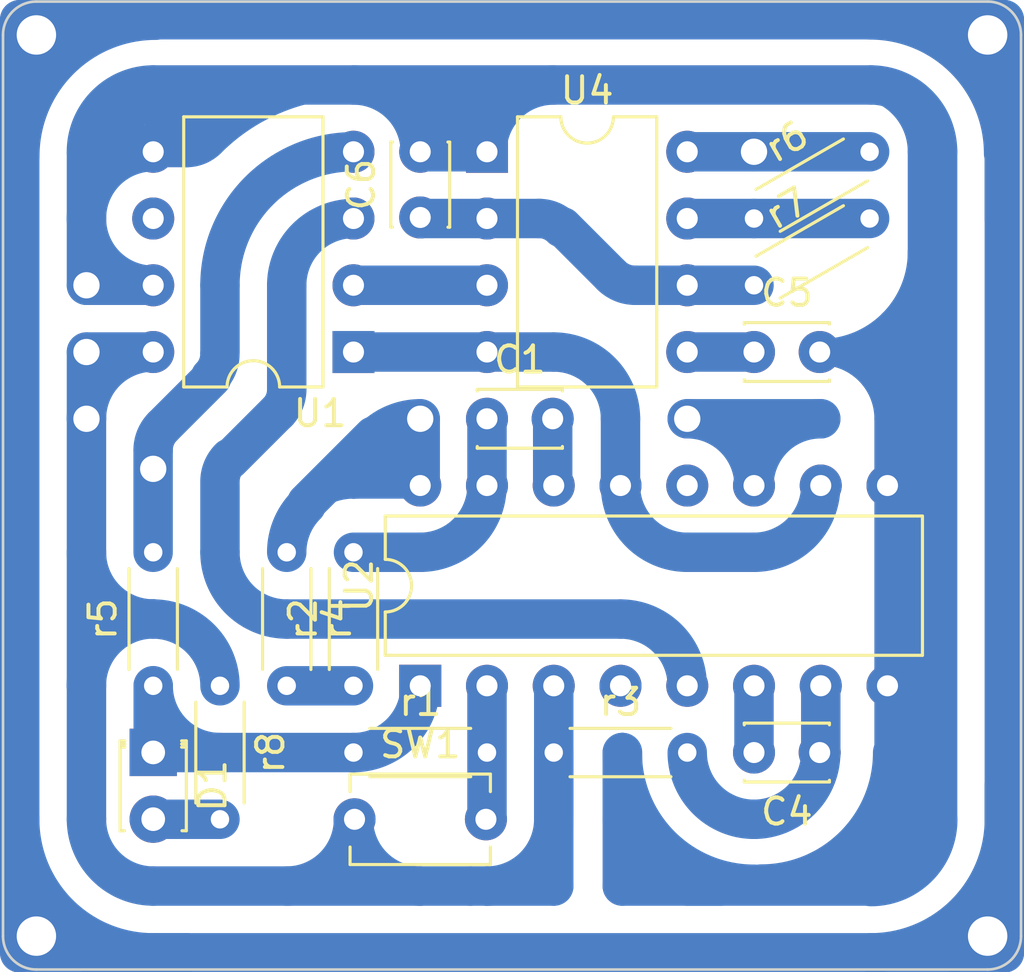
<source format=kicad_pcb>
(kicad_pcb (version 20221018) (generator pcbnew)
  (layers (0 "F.Cu" signal) (31 "B.Cu" signal) (34 "B.Paste" user) (35 "F.Paste" user) (36 "B.SilkS" user "B.Silkscreen") (37 "F.SilkS" user "F.Silkscreen") (38 "B.Mask" user) (39 "F.Mask" user) (44 "Edge.Cuts" user))
  (net 0 "")
  (net 1 "GND")
  (net 2 "VCC")
  (net 3 "Net-(U2A-RCext)")
  (net 4 "Net-(U2B-RCext)")
  (net 5 "Net-(U2A-Cext)")
  (net 6 "Net-(U2B-Cext)")
  (net 7 "/rom_cs")
  (net 8 "/rom_scl")
  (net 9 "/rom_sdi")
  (net 10 "/rom_sdo")
  (net 15 "Net-(U4-CV)")
  (net 16 "/initiate_read")
  (net 17 "Net-(U4-DIS)")
  (net 18 "Net-(U4-THR)")
  (net 19 "Net-(r2-Pad1)")
  (net 20 "Net-(D1-A)")
  (footprint "Capacitor_THT:C_Disc_D3.0mm_W2.0mm_P2.50mm" (layer "F.Cu") (at 43.803218 41.212445 180)
    (fp_text reference "C4" (at 1.25 -2.25) (layer "F.SilkS"))
    (fp_text value "C")
    (fp_line (start -0.37 -1.12) (end -0.37 -1.055) (stroke (width 0.12)) (layer "F.SilkS"))
    (fp_line (start -0.37 -1.12) (end 2.87 -1.12) (stroke (width 0.12)) (layer "F.SilkS"))
    (fp_line (start -0.37 1.055) (end -0.37 1.12) (stroke (width 0.12)) (layer "F.SilkS"))
    (fp_line (start -0.37 1.12) (end 2.87 1.12) (stroke (width 0.12)) (layer "F.SilkS"))
    (fp_line (start 2.87 -1.12) (end 2.87 -1.055) (stroke (width 0.12)) (layer "F.SilkS"))
    (fp_line (start 2.87 1.055) (end 2.87 1.12) (stroke (width 0.12)) (layer "F.SilkS"))
    (pad "1" thru_hole circle (at 0 0 180) (size 1.6 1.6) (drill 0.8) (layers "*.Cu" "*.Mask") (net 4 "Net-(U2B-RCext)"))
    (pad "2" thru_hole circle (at 2.5 0 180) (size 1.6 1.6) (drill 0.8) (layers "*.Cu" "*.Mask") (net 6 "Net-(U2B-Cext)"))
  )
  (footprint "Package_DIP:DIP-16_W7.62mm" (layer "F.Cu") (at 28.603218 38.672445 90)
    (fp_text reference "U2" (at 3.81 -2.33 90) (layer "F.SilkS"))
    (fp_text value "74LS123")
    (fp_line (start 1.16 -1.33) (end 1.16 19.11) (stroke (width 0.12)) (layer "F.SilkS"))
    (fp_line (start 1.16 19.11) (end 6.46 19.11) (stroke (width 0.12)) (layer "F.SilkS"))
    (fp_line (start 2.81 -1.33) (end 1.16 -1.33) (stroke (width 0.12)) (layer "F.SilkS"))
    (fp_line (start 6.46 -1.33) (end 4.81 -1.33) (stroke (width 0.12)) (layer "F.SilkS"))
    (fp_line (start 6.46 19.11) (end 6.46 -1.33) (stroke (width 0.12)) (layer "F.SilkS"))
    (fp_arc (start 4.81 -1.33) (mid 3.81 -0.33) (end 2.81 -1.33) (stroke (width 0.12)) (layer "F.SilkS"))
    (pad "1" thru_hole rect (at 0 0 90) (size 1.6 1.6) (drill 0.8) (layers "*.Cu" "*.Mask") (net 1 "GND"))
    (pad "2" thru_hole oval (at 0 2.54 90) (size 1.6 1.6) (drill 0.8) (layers "*.Cu" "*.Mask") (net 16 "/initiate_read"))
    (pad "3" thru_hole oval (at 0 5.08 90) (size 1.6 1.6) (drill 0.8) (layers "*.Cu" "*.Mask") (net 2 "VCC"))
    (pad "4" thru_hole oval (at 0 7.62 90) (size 1.6 1.6) (drill 0.8) (layers "*.Cu" "*.Mask"))
    (pad "5" thru_hole oval (at 0 10.16 90) (size 1.6 1.6) (drill 0.8) (layers "*.Cu" "*.Mask") (net 9 "/rom_sdi"))
    (pad "6" thru_hole oval (at 0 12.7 90) (size 1.6 1.6) (drill 0.8) (layers "*.Cu" "*.Mask") (net 6 "Net-(U2B-Cext)"))
    (pad "7" thru_hole oval (at 0 15.24 90) (size 1.6 1.6) (drill 0.8) (layers "*.Cu" "*.Mask") (net 4 "Net-(U2B-RCext)"))
    (pad "8" thru_hole oval (at 0 17.78 90) (size 1.6 1.6) (drill 0.8) (layers "*.Cu" "*.Mask") (net 1 "GND"))
    (pad "9" thru_hole oval (at 7.62 17.78 90) (size 1.6 1.6) (drill 0.8) (layers "*.Cu" "*.Mask") (net 1 "GND"))
    (pad "10" thru_hole oval (at 7.62 15.24 90) (size 1.6 1.6) (drill 0.8) (layers "*.Cu" "*.Mask") (net 7 "/rom_cs"))
    (pad "11" thru_hole oval (at 7.62 12.7 90) (size 1.6 1.6) (drill 0.8) (layers "*.Cu" "*.Mask") (net 2 "VCC"))
    (pad "12" thru_hole oval (at 7.62 10.16 90) (size 1.6 1.6) (drill 0.8) (layers "*.Cu" "*.Mask"))
    (pad "13" thru_hole oval (at 7.62 7.62 90) (size 1.6 1.6) (drill 0.8) (layers "*.Cu" "*.Mask") (net 7 "/rom_cs"))
    (pad "14" thru_hole oval (at 7.62 5.08 90) (size 1.6 1.6) (drill 0.8) (layers "*.Cu" "*.Mask") (net 5 "Net-(U2A-Cext)"))
    (pad "15" thru_hole oval (at 7.62 2.54 90) (size 1.6 1.6) (drill 0.8) (layers "*.Cu" "*.Mask") (net 3 "Net-(U2A-RCext)"))
    (pad "16" thru_hole oval (at 7.62 0 90) (size 1.6 1.6) (drill 0.8) (layers "*.Cu" "*.Mask") (net 2 "VCC"))
  )
  (footprint "Resistor_THT:R_Axial_DIN0204_L3.6mm_D1.6mm_P5.08mm_Horizontal" (layer "F.Cu") (at 33.683218 41.212445)
    (fp_text reference "r3" (at 2.54 -1.92) (layer "F.SilkS"))
    (fp_text value "470")
    (fp_line (start 0.62 -0.92) (end 4.46 -0.92) (stroke (width 0.12)) (layer "F.SilkS"))
    (fp_line (start 0.62 0.92) (end 4.46 0.92) (stroke (width 0.12)) (layer "F.SilkS"))
    (pad "1" thru_hole circle (at 0 0) (size 1.4 1.4) (drill 0.7) (layers "*.Cu" "*.Mask") (net 2 "VCC"))
    (pad "2" thru_hole oval (at 5.08 0) (size 1.4 1.4) (drill 0.7) (layers "*.Cu" "*.Mask") (net 4 "Net-(U2B-RCext)"))
  )
  (footprint "Resistor_THT:R_Axial_DIN0204_L3.6mm_D1.6mm_P5.08mm_Horizontal" (layer "F.Cu") (at 26.063218 41.212445)
    (fp_text reference "r1" (at 2.54 -1.92) (layer "F.SilkS"))
    (fp_text value "470")
    (fp_line (start 0.62 -0.92) (end 4.46 -0.92) (stroke (width 0.12)) (layer "F.SilkS"))
    (fp_line (start 0.62 0.92) (end 4.46 0.92) (stroke (width 0.12)) (layer "F.SilkS"))
    (pad "1" thru_hole circle (at 0 0) (size 1.4 1.4) (drill 0.7) (layers "*.Cu" "*.Mask") (net 1 "GND"))
    (pad "2" thru_hole oval (at 5.08 0) (size 1.4 1.4) (drill 0.7) (layers "*.Cu" "*.Mask") (net 16 "/initiate_read"))
  )
  (footprint "Resistor_THT:R_Axial_DIN0204_L3.6mm_D1.6mm_P5.08mm_Horizontal" (layer "F.Cu") (at 18.443218 38.672445 90)
    (fp_text reference "r5" (at 2.54 -1.92 90) (layer "F.SilkS"))
    (fp_text value "470")
    (fp_line (start 0.62 -0.92) (end 4.46 -0.92) (stroke (width 0.12)) (layer "F.SilkS"))
    (fp_line (start 0.62 0.92) (end 4.46 0.92) (stroke (width 0.12)) (layer "F.SilkS"))
    (pad "1" thru_hole circle (at 0 0 90) (size 1.4 1.4) (drill 0.7) (layers "*.Cu" "*.Mask") (net 1 "GND"))
    (pad "2" thru_hole oval (at 5.08 0 90) (size 1.4 1.4) (drill 0.7) (layers "*.Cu" "*.Mask") (net 10 "/rom_sdo"))
  )
  (footprint "Capacitor_THT:C_Disc_D3.0mm_W2.0mm_P2.50mm" (layer "F.Cu") (at 28.603218 20.852445 90)
    (fp_text reference "C6" (at 1.25 -2.25 90) (layer "F.SilkS"))
    (fp_text value "C")
    (fp_line (start -0.37 -1.12) (end -0.37 -1.055) (stroke (width 0.12)) (layer "F.SilkS"))
    (fp_line (start -0.37 -1.12) (end 2.87 -1.12) (stroke (width 0.12)) (layer "F.SilkS"))
    (fp_line (start -0.37 1.055) (end -0.37 1.12) (stroke (width 0.12)) (layer "F.SilkS"))
    (fp_line (start -0.37 1.12) (end 2.87 1.12) (stroke (width 0.12)) (layer "F.SilkS"))
    (fp_line (start 2.87 -1.12) (end 2.87 -1.055) (stroke (width 0.12)) (layer "F.SilkS"))
    (fp_line (start 2.87 1.055) (end 2.87 1.12) (stroke (width 0.12)) (layer "F.SilkS"))
    (pad "1" thru_hole circle (at 0 0 90) (size 1.6 1.6) (drill 0.8) (layers "*.Cu" "*.Mask") (net 18 "Net-(U4-THR)"))
    (pad "2" thru_hole circle (at 2.5 0 90) (size 1.6 1.6) (drill 0.8) (layers "*.Cu" "*.Mask") (net 1 "GND"))
  )
  (footprint "Resistor_THT:R_Axial_DIN0204_L3.6mm_D1.6mm_P5.08mm_Horizontal" (layer "F.Cu") (at 41.303218 20.892445 30)
    (fp_text reference "r6" (at 2.54 -1.92 30) (layer "F.SilkS"))
    (fp_text value "470")
    (fp_line (start 0.62 -0.92) (end 4.46 -0.92) (stroke (width 0.12)) (layer "F.SilkS"))
    (fp_line (start 0.62 0.92) (end 4.46 0.92) (stroke (width 0.12)) (layer "F.SilkS"))
    (pad "1" thru_hole circle (at 0 0 30) (size 1.4 1.4) (drill 0.7) (layers "*.Cu" "*.Mask") (net 17 "Net-(U4-DIS)"))
    (pad "2" thru_hole oval (at 5.08 0 30) (size 1.4 1.4) (drill 0.7) (layers "*.Cu" "*.Mask") (net 2 "VCC"))
  )
  (footprint "Package_DIP:DIP-8_W7.62mm" (layer "F.Cu") (at 26.063218 25.972445 180)
    (fp_text reference "U1" (at 1.27 -2.33) (layer "F.SilkS"))
    (fp_text value "93CxxA")
    (fp_line (start 1.16 -1.33) (end 1.16 8.95) (stroke (width 0.12)) (layer "F.SilkS"))
    (fp_line (start 1.16 8.95) (end 6.46 8.95) (stroke (width 0.12)) (layer "F.SilkS"))
    (fp_line (start 2.81 -1.33) (end 1.16 -1.33) (stroke (width 0.12)) (layer "F.SilkS"))
    (fp_line (start 6.46 -1.33) (end 4.81 -1.33) (stroke (width 0.12)) (layer "F.SilkS"))
    (fp_line (start 6.46 8.95) (end 6.46 -1.33) (stroke (width 0.12)) (layer "F.SilkS"))
    (fp_arc (start 4.81 -1.33) (mid 3.81 -0.33) (end 2.81 -1.33) (stroke (width 0.12)) (layer "F.SilkS"))
    (pad "1" thru_hole rect (at 0 0 180) (size 1.6 1.6) (drill 0.8) (layers "*.Cu" "*.Mask") (net 7 "/rom_cs"))
    (pad "2" thru_hole oval (at 0 2.54 180) (size 1.6 1.6) (drill 0.8) (layers "*.Cu" "*.Mask") (net 8 "/rom_scl"))
    (pad "3" thru_hole oval (at 0 5.08 180) (size 1.6 1.6) (drill 0.8) (layers "*.Cu" "*.Mask") (net 9 "/rom_sdi"))
    (pad "4" thru_hole oval (at 0 7.62 180) (size 1.6 1.6) (drill 0.8) (layers "*.Cu" "*.Mask") (net 10 "/rom_sdo"))
    (pad "5" thru_hole oval (at 7.62 7.62 180) (size 1.6 1.6) (drill 0.8) (layers "*.Cu" "*.Mask") (net 1 "GND"))
    (pad "6" thru_hole oval (at 7.62 5.08 180) (size 1.6 1.6) (drill 0.8) (layers "*.Cu" "*.Mask"))
    (pad "7" thru_hole oval (at 7.62 2.54 180) (size 1.6 1.6) (drill 0.8) (layers "*.Cu" "*.Mask"))
    (pad "8" thru_hole oval (at 7.62 0 180) (size 1.6 1.6) (drill 0.8) (layers "*.Cu" "*.Mask") (net 2 "VCC"))
  )
  (footprint "Package_DIP:DIP-8_W7.62mm" (layer "F.Cu") (at 31.143218 18.352445)
    (fp_text reference "U4" (at 3.81 -2.33) (layer "F.SilkS"))
    (fp_text value "NE555D")
    (fp_line (start 1.16 -1.33) (end 1.16 8.95) (stroke (width 0.12)) (layer "F.SilkS"))
    (fp_line (start 1.16 8.95) (end 6.46 8.95) (stroke (width 0.12)) (layer "F.SilkS"))
    (fp_line (start 2.81 -1.33) (end 1.16 -1.33) (stroke (width 0.12)) (layer "F.SilkS"))
    (fp_line (start 6.46 -1.33) (end 4.81 -1.33) (stroke (width 0.12)) (layer "F.SilkS"))
    (fp_line (start 6.46 8.95) (end 6.46 -1.33) (stroke (width 0.12)) (layer "F.SilkS"))
    (fp_arc (start 4.81 -1.33) (mid 3.81 -0.33) (end 2.81 -1.33) (stroke (width 0.12)) (layer "F.SilkS"))
    (pad "1" thru_hole rect (at 0 0) (size 1.6 1.6) (drill 0.8) (layers "*.Cu" "*.Mask") (net 1 "GND"))
    (pad "2" thru_hole oval (at 0 2.54) (size 1.6 1.6) (drill 0.8) (layers "*.Cu" "*.Mask") (net 18 "Net-(U4-THR)"))
    (pad "3" thru_hole oval (at 0 5.08) (size 1.6 1.6) (drill 0.8) (layers "*.Cu" "*.Mask") (net 8 "/rom_scl"))
    (pad "4" thru_hole oval (at 0 7.62) (size 1.6 1.6) (drill 0.8) (layers "*.Cu" "*.Mask") (net 7 "/rom_cs"))
    (pad "5" thru_hole oval (at 7.62 7.62) (size 1.6 1.6) (drill 0.8) (layers "*.Cu" "*.Mask") (net 15 "Net-(U4-CV)"))
    (pad "6" thru_hole oval (at 7.62 5.08) (size 1.6 1.6) (drill 0.8) (layers "*.Cu" "*.Mask") (net 18 "Net-(U4-THR)"))
    (pad "7" thru_hole oval (at 7.62 2.54) (size 1.6 1.6) (drill 0.8) (layers "*.Cu" "*.Mask") (net 17 "Net-(U4-DIS)"))
    (pad "8" thru_hole oval (at 7.62 0) (size 1.6 1.6) (drill 0.8) (layers "*.Cu" "*.Mask") (net 2 "VCC"))
  )
  (footprint "Capacitor_THT:C_Disc_D3.0mm_W2.0mm_P2.50mm" (layer "F.Cu") (at 41.303218 25.972445)
    (fp_text reference "C5" (at 1.25 -2.25) (layer "F.SilkS"))
    (fp_text value "C")
    (fp_line (start -0.37 -1.12) (end -0.37 -1.055) (stroke (width 0.12)) (layer "F.SilkS"))
    (fp_line (start -0.37 -1.12) (end 2.87 -1.12) (stroke (width 0.12)) (layer "F.SilkS"))
    (fp_line (start -0.37 1.055) (end -0.37 1.12) (stroke (width 0.12)) (layer "F.SilkS"))
    (fp_line (start -0.37 1.12) (end 2.87 1.12) (stroke (width 0.12)) (layer "F.SilkS"))
    (fp_line (start 2.87 -1.12) (end 2.87 -1.055) (stroke (width 0.12)) (layer "F.SilkS"))
    (fp_line (start 2.87 1.055) (end 2.87 1.12) (stroke (width 0.12)) (layer "F.SilkS"))
    (pad "1" thru_hole circle (at 0 0) (size 1.6 1.6) (drill 0.8) (layers "*.Cu" "*.Mask") (net 15 "Net-(U4-CV)"))
    (pad "2" thru_hole circle (at 2.5 0) (size 1.6 1.6) (drill 0.8) (layers "*.Cu" "*.Mask") (net 1 "GND"))
  )
  (footprint "Resistor_THT:R_Axial_DIN0204_L3.6mm_D1.6mm_P5.08mm_Horizontal" (layer "F.Cu") (at 20.983218 38.672445 -90)
    (fp_text reference "r8" (at 2.54 -1.92 90) (layer "F.SilkS"))
    (fp_text value "470")
    (fp_line (start 0.62 -0.92) (end 4.46 -0.92) (stroke (width 0.12)) (layer "F.SilkS"))
    (fp_line (start 0.62 0.92) (end 4.46 0.92) (stroke (width 0.12)) (layer "F.SilkS"))
    (pad "1" thru_hole circle (at 0 0 270) (size 1.4 1.4) (drill 0.7) (layers "*.Cu" "*.Mask") (net 2 "VCC"))
    (pad "2" thru_hole oval (at 5.08 0 270) (size 1.4 1.4) (drill 0.7) (layers "*.Cu" "*.Mask") (net 20 "Net-(D1-A)"))
  )
  (footprint "Resistor_THT:R_Axial_DIN0204_L3.6mm_D1.6mm_P5.08mm_Horizontal" (layer "F.Cu") (at 26.063218 38.672445 90)
    (fp_text reference "r2" (at 2.54 -1.92 90) (layer "F.SilkS"))
    (fp_text value "470")
    (fp_line (start 0.62 -0.92) (end 4.46 -0.92) (stroke (width 0.12)) (layer "F.SilkS"))
    (fp_line (start 0.62 0.92) (end 4.46 0.92) (stroke (width 0.12)) (layer "F.SilkS"))
    (pad "1" thru_hole circle (at 0 0 90) (size 1.4 1.4) (drill 0.7) (layers "*.Cu" "*.Mask") (net 19 "Net-(r2-Pad1)"))
    (pad "2" thru_hole oval (at 5.08 0 90) (size 1.4 1.4) (drill 0.7) (layers "*.Cu" "*.Mask") (net 3 "Net-(U2A-RCext)"))
  )
  (footprint "Resistor_THT:R_Axial_DIN0204_L3.6mm_D1.6mm_P5.08mm_Horizontal" (layer "F.Cu") (at 23.523218 33.592445 -90)
    (fp_text reference "r4" (at 2.54 -1.92 90) (layer "F.SilkS"))
    (fp_text value "470")
    (fp_line (start 0.62 -0.92) (end 4.46 -0.92) (stroke (width 0.12)) (layer "F.SilkS"))
    (fp_line (start 0.62 0.92) (end 4.46 0.92) (stroke (width 0.12)) (layer "F.SilkS"))
    (pad "1" thru_hole circle (at 0 0 270) (size 1.4 1.4) (drill 0.7) (layers "*.Cu" "*.Mask") (net 2 "VCC"))
    (pad "2" thru_hole oval (at 5.08 0 270) (size 1.4 1.4) (drill 0.7) (layers "*.Cu" "*.Mask") (net 19 "Net-(r2-Pad1)"))
  )
  (footprint "Capacitor_THT:C_Disc_D3.0mm_W2.0mm_P2.50mm" (layer "F.Cu") (at 31.143218 28.512445)
    (fp_text reference "C1" (at 1.25 -2.25) (layer "F.SilkS"))
    (fp_text value "C")
    (fp_line (start -0.37 -1.12) (end -0.37 -1.055) (stroke (width 0.12)) (layer "F.SilkS"))
    (fp_line (start -0.37 -1.12) (end 2.87 -1.12) (stroke (width 0.12)) (layer "F.SilkS"))
    (fp_line (start -0.37 1.055) (end -0.37 1.12) (stroke (width 0.12)) (layer "F.SilkS"))
    (fp_line (start -0.37 1.12) (end 2.87 1.12) (stroke (width 0.12)) (layer "F.SilkS"))
    (fp_line (start 2.87 -1.12) (end 2.87 -1.055) (stroke (width 0.12)) (layer "F.SilkS"))
    (fp_line (start 2.87 1.055) (end 2.87 1.12) (stroke (width 0.12)) (layer "F.SilkS"))
    (pad "1" thru_hole circle (at 0 0) (size 1.6 1.6) (drill 0.8) (layers "*.Cu" "*.Mask") (net 3 "Net-(U2A-RCext)"))
    (pad "2" thru_hole circle (at 2.5 0) (size 1.6 1.6) (drill 0.8) (layers "*.Cu" "*.Mask") (net 5 "Net-(U2A-Cext)"))
  )
  (footprint "Resistor_THT:R_Axial_DIN0204_L3.6mm_D1.6mm_P5.08mm_Horizontal" (layer "F.Cu") (at 41.303218 23.432445 30)
    (fp_text reference "r7" (at 2.54 -1.92 30) (layer "F.SilkS"))
    (fp_text value "470")
    (fp_line (start 0.62 -0.92) (end 4.46 -0.92) (stroke (width 0.12)) (layer "F.SilkS"))
    (fp_line (start 0.62 0.92) (end 4.46 0.92) (stroke (width 0.12)) (layer "F.SilkS"))
    (pad "1" thru_hole circle (at 0 0 30) (size 1.4 1.4) (drill 0.7) (layers "*.Cu" "*.Mask") (net 18 "Net-(U4-THR)"))
    (pad "2" thru_hole oval (at 5.08 0 30) (size 1.4 1.4) (drill 0.7) (layers "*.Cu" "*.Mask") (net 17 "Net-(U4-DIS)"))
  )
  (footprint "LED_THT:LED_D1.8mm_W3.3mm_H2.4mm" (layer "F.Cu") (at 18.443218 41.207445 -90)
    (fp_text reference "D1" (at 1.27 -2.26 90) (layer "F.SilkS"))
    (fp_text value "LED")
    (fp_line (start -0.44 -1.26) (end -0.44 -1.08) (stroke (width 0.12)) (layer "F.SilkS"))
    (fp_line (start -0.44 -1.26) (end 2.98 -1.26) (stroke (width 0.12)) (layer "F.SilkS"))
    (fp_line (start -0.44 1.08) (end -0.44 1.26) (stroke (width 0.12)) (layer "F.SilkS"))
    (fp_line (start -0.44 1.26) (end 2.98 1.26) (stroke (width 0.12)) (layer "F.SilkS"))
    (fp_line (start -0.32 -1.26) (end -0.32 -1.08) (stroke (width 0.12)) (layer "F.SilkS"))
    (fp_line (start -0.32 1.08) (end -0.32 1.26) (stroke (width 0.12)) (layer "F.SilkS"))
    (fp_line (start -0.2 -1.26) (end -0.2 -1.08) (stroke (width 0.12)) (layer "F.SilkS"))
    (fp_line (start -0.2 1.08) (end -0.2 1.26) (stroke (width 0.12)) (layer "F.SilkS"))
    (fp_line (start 2.98 -1.26) (end 2.98 -1.095) (stroke (width 0.12)) (layer "F.SilkS"))
    (fp_line (start 2.98 1.095) (end 2.98 1.26) (stroke (width 0.12)) (layer "F.SilkS"))
    (pad "1" thru_hole rect (at 0 0 270) (size 1.8 1.8) (drill 0.9) (layers "*.Cu" "*.Mask") (net 1 "GND"))
    (pad "2" thru_hole circle (at 2.54 0 270) (size 1.8 1.8) (drill 0.9) (layers "*.Cu" "*.Mask") (net 20 "Net-(D1-A)"))
  )
  (footprint "Capacitor_THT:C_Disc_D5.1mm_W3.2mm_P5.00mm" (layer "F.Cu") (at 26.103218 43.752445)
    (fp_text reference "SW1" (at 2.5 -2.85) (layer "F.SilkS"))
    (fp_text value "SW_SPST")
    (fp_line (start -0.17 -1.721) (end -0.17 -1.055) (stroke (width 0.12)) (layer "F.SilkS"))
    (fp_line (start -0.17 -1.721) (end 5.17 -1.721) (stroke (width 0.12)) (layer "F.SilkS"))
    (fp_line (start -0.17 1.055) (end -0.17 1.721) (stroke (width 0.12)) (layer "F.SilkS"))
    (fp_line (start -0.17 1.721) (end 5.17 1.721) (stroke (width 0.12)) (layer "F.SilkS"))
    (fp_line (start 5.17 -1.721) (end 5.17 -1.055) (stroke (width 0.12)) (layer "F.SilkS"))
    (fp_line (start 5.17 1.055) (end 5.17 1.721) (stroke (width 0.12)) (layer "F.SilkS"))
    (pad "1" thru_hole circle (at 0 0) (size 1.6 1.6) (drill 0.8) (layers "*.Cu" "*.Mask") (net 2 "VCC"))
    (pad "2" thru_hole circle (at 5 0) (size 1.6 1.6) (drill 0.8) (layers "*.Cu" "*.Mask") (net 16 "/initiate_read"))
  )
  (gr_arc (start 13.368 18.517159) (mid 14.882333 14.861237) (end 18.538255 13.346904) (stroke (width 1.5)) (layer "B.Cu"))
  (gr_arc (start 45.113218 15.812445) (mid 46.909269 16.556394) (end 47.653218 18.352445) (stroke (width 1)) (layer "B.Cu"))
  (gr_line (start 18.443218 46.292445) (end 28.603218 46.292445) (stroke (width 1.5)) (layer "B.Cu"))
  (gr_line (start 28.603218 28.512445) (end 26.063218 31.052445) (stroke (width 1)) (layer "B.Cu"))
  (gr_line (start 18.443218 18.352445) (end 17.391116 17.300343) (stroke (width 1)) (layer "B.Cu"))
  (gr_line (start 33.683218 43.752445) (end 33.683218 41.212445) (stroke (width 1.5)) (layer "B.Cu"))
  (gr_line (start 50.828218 18.352445) (end 50.828218 43.752445) (stroke (width 1.5)) (layer "B.Cu"))
  (gr_arc (start 36.223218 36.132445) (mid 38.019269 36.876394) (end 38.763218 38.672445) (stroke (width 1.5)) (layer "B.Cu"))
  (gr_arc (start 18.439468 29.707126) (mid 18.536141 29.221118) (end 18.811442 28.8091) (stroke (width 1.5)) (layer "B.Cu"))
  (gr_arc (start 20.675064 18.044291) (mid 23.14717 16.392483) (end 26.063218 15.812445) (stroke (width 1)) (layer "B.Cu"))
  (gr_line (start 31.143218 15.812445) (end 45.113218 15.812445) (stroke (width 1)) (layer "B.Cu"))
  (gr_line (start 13.363218 43.752445) (end 13.363218 18.4427) (stroke (width 1.5)) (layer "B.Cu"))
  (gr_line (start 18.589688 13.327652) (end 13.363218 13.327652) (stroke (width 1.5)) (layer "B.Cu"))
  (gr_line (start 50.828218 46.927445) (end 48.923218 48.832445) (stroke (width 1.5)) (layer "B.Cu"))
  (gr_arc (start 47.653218 22.162445) (mid 46.537295 24.856522) (end 43.843218 25.972445) (stroke (width 1)) (layer "B.Cu"))
  (gr_line (start 18.443218 23.432445) (end 15.903218 23.432445) (stroke (width 1.5)) (layer "B.Cu"))
  (gr_arc (start 26.063218 43.752445) (mid 25.319269 45.548496) (end 23.523218 46.292445) (stroke (width 1.5)) (layer "B.Cu"))
  (gr_line (start 36.299787 43.752445) (end 36.299787 41.212445) (stroke (width 1.5)) (layer "B.Cu"))
  (gr_arc (start 23.523218 33.592445) (mid 24.267167 31.796394) (end 26.063218 31.052445) (stroke (width 1)) (layer "B.Cu"))
  (gr_line (start 18.443218 25.972445) (end 15.903218 25.972445) (stroke (width 1.5)) (layer "B.Cu"))
  (gr_line (start 13.363218 43.752445) (end 13.363218 48.832445) (stroke (width 1.5)) (layer "B.Cu"))
  (gr_arc (start 26.807167 29.256394) (mid 27.631202 28.705791) (end 28.603218 28.512445) (stroke (width 1.5)) (layer "B.Cu"))
  (gr_arc (start 38.763218 33.592445) (mid 36.967167 32.848496) (end 36.223218 31.052445) (stroke (width 1.5)) (layer "B.Cu"))
  (gr_line (start 48.923218 13.907445) (end 50.828218 15.812445) (stroke (width 1.5)) (layer "B.Cu"))
  (gr_arc (start 20.983218 30.903453) (mid 21.079891 30.417445) (end 21.355192 30.005427) (stroke (width 1.5)) (layer "B.Cu"))
  (gr_arc (start 33.683218 25.972445) (mid 35.479269 26.716394) (end 36.223218 28.512445) (stroke (width 1.5)) (layer "B.Cu"))
  (gr_arc (start 38.763218 46.215876) (mid 37.021309 45.494354) (end 36.299787 43.752445) (stroke (width 1.5)) (layer "B.Cu"))
  (gr_line (start 28.603218 46.292445) (end 30.508218 46.292445) (stroke (width 1.5)) (layer "B.Cu"))
  (gr_arc (start 43.843218 25.972445) (mid 45.639269 26.716394) (end 46.383218 28.512445) (stroke (width 1)) (layer "B.Cu"))
  (gr_arc (start 18.443218 18.352445) (mid 19.187167 16.556394) (end 20.983218 15.812445) (stroke (width 1)) (layer "B.Cu"))
  (gr_line (start 28.603218 31.052445) (end 28.603218 28.512445) (stroke (width 1.5)) (layer "B.Cu"))
  (gr_line (start 18.443218 38.672445) (end 18.443218 41.212445) (stroke (width 1.5)) (layer "B.Cu"))
  (gr_arc (start 20.983218 23.432445) (mid 22.471116 19.840343) (end 26.063218 18.352445) (stroke (width 1.5)) (layer "B.Cu"))
  (gr_line (start 18.811442 28.8091) (end 20.661684 26.958858) (stroke (width 1.5)) (layer "B.Cu"))
  (gr_arc (start 28.603218 46.292445) (mid 26.807167 45.548496) (end 26.063218 43.752445) (stroke (width 1.5)) (layer "B.Cu"))
  (gr_line (start 28.603218 18.352445) (end 31.143218 15.812445) (stroke (width 1)) (layer "B.Cu"))
  (gr_arc (start 18.443218 48.832445) (mid 14.851116 47.344547) (end 13.363218 43.752445) (stroke (width 1.5)) (layer "B.Cu"))
  (gr_line (start 15.903218 43.752445) (end 15.903218 38.672445) (stroke (width 1.5)) (layer "B.Cu"))
  (gr_line (start 23.523218 23.432445) (end 23.523218 27.406151) (stroke (width 1.5)) (layer "B.Cu"))
  (gr_arc (start 15.903218 20.892445) (mid 16.647167 19.096394) (end 18.443218 18.352445) (stroke (width 1.5)) (layer "B.Cu"))
  (gr_arc (start 18.443218 36.132445) (mid 20.239269 36.876394) (end 20.983218 38.672445) (stroke (width 1.5)) (layer "B.Cu"))
  (gr_arc (start 31.143218 18.352445) (mid 31.887167 16.556394) (end 33.683218 15.812445) (stroke (width 1.5)) (layer "B.Cu"))
  (gr_line (start 30.508218 46.292445) (end 31.143218 46.292445) (stroke (width 1.5)) (layer "B.Cu"))
  (gr_line (start 13.363218 15.885176) (end 15.340949 13.907445) (stroke (width 1.5)) (layer "B.Cu"))
  (gr_line (start 35.870466 23.058938) (end 34.020224 21.208696) (stroke (width 1.5)) (layer "B.Cu"))
  (gr_line (start 47.095256 43.194483) (end 46.383218 43.194483) (stroke (width 1)) (layer "B.Cu"))
  (gr_arc (start 18.439468 36.128695) (mid 16.646068 35.385845) (end 15.903218 33.592445) (stroke (width 1.5)) (layer "B.Cu"))
  (gr_line (start 45.748218 48.832445) (end 50.828218 48.832445) (stroke (width 1.5)) (layer "B.Cu"))
  (gr_line (start 46.383218 43.117445) (end 46.383218 38.037445) (stroke (width 1)) (layer "B.Cu"))
  (gr_arc (start 38.763218 28.512445) (mid 40.559269 29.256394) (end 41.303218 31.052445) (stroke (width 1.5)) (layer "B.Cu"))
  (gr_arc (start 33.683218 43.752445) (mid 32.939269 45.548496) (end 31.143218 46.292445) (stroke (width 1.5)) (layer "B.Cu"))
  (gr_line (start 15.903218 48.832445) (end 13.998218 46.927445) (stroke (width 1.5)) (layer "B.Cu"))
  (gr_line (start 19.713218 18.4427) (end 18.443218 18.4427) (stroke (width 1)) (layer "B.Cu"))
  (gr_line (start 47.018218 27.242445) (end 47.018218 43.117445) (stroke (width 1)) (layer "B.Cu"))
  (gr_line (start 21.355192 30.072566) (end 23.205434 28.222324) (stroke (width 1.5)) (layer "B.Cu"))
  (gr_arc (start 47.653218 41.847445) (mid 47.508209 42.576457) (end 47.095256 43.194483) (stroke (width 1)) (layer "B.Cu"))
  (gr_arc (start 50.828218 43.752445) (mid 49.34032 47.344547) (end 45.748218 48.832445) (stroke (width 1.5)) (layer "B.Cu"))
  (gr_arc (start 23.523218 27.406151) (mid 23.43067 27.871421) (end 23.167115 28.265858) (stroke (width 1.5)) (layer "B.Cu"))
  (gr_arc (start 36.768492 23.430912) (mid 36.282484 23.334239) (end 35.870466 23.058938) (stroke (width 1.5)) (layer "B.Cu"))
  (gr_line (start 29.873218 18.352445) (end 28.603218 17.082445) (stroke (width 1)) (layer "B.Cu"))
  (gr_arc (start 46.578689 41.212445) (mid 45.113218 44.750405) (end 41.575258 46.215876) (stroke (width 1.5)) (layer "B.Cu"))
  (gr_line (start 50.828218 42.482445) (end 50.828218 46.927445) (stroke (width 1.5)) (layer "B.Cu"))
  (gr_line (start 48.289821 18.352445) (end 48.289821 43.752445) (stroke (width 1.5)) (layer "B.Cu"))
  (gr_line (start 20.983218 15.812445) (end 31.143218 15.812445) (stroke (width 1)) (layer "B.Cu"))
  (gr_line (start 26.82579 29.168379) (end 24.28579 31.708379) (stroke (width 1.5)) (layer "B.Cu"))
  (gr_arc (start 43.843218 41.212445) (mid 43.099269 43.008496) (end 41.303218 43.752445) (stroke (width 1.5)) (layer "B.Cu"))
  (gr_line (start 18.589688 13.327652) (end 45.748218 13.327652) (stroke (width 1.5)) (layer "B.Cu"))
  (gr_arc (start 28.603218 28.512445) (mid 27.859269 30.308496) (end 26.063218 31.052445) (stroke (width 1)) (layer "B.Cu"))
  (gr_line (start 31.143218 20.892445) (end 33.130071 20.892445) (stroke (width 1.5)) (layer "B.Cu"))
  (gr_line (start 19.713218 18.352445) (end 22.253218 15.812445) (stroke (width 1)) (layer "B.Cu"))
  (gr_line (start 45.748218 46.292445) (end 38.763218 46.292445) (stroke (width 1.5)) (layer "B.Cu"))
  (gr_line (start 18.443218 18.352445) (end 20.983218 15.812445) (stroke (width 1)) (layer "B.Cu"))
  (gr_line (start 18.443218 15.810842) (end 45.748218 15.810842) (stroke (width 1.5)) (layer "B.Cu"))
  (gr_arc (start 41.303218 46.223266) (mid 37.760032 44.755631) (end 36.292397 41.212445) (stroke (width 1.5)) (layer "B.Cu"))
  (gr_line (start 43.843218 25.972445) (end 46.537295 25.972445) (stroke (width 1)) (layer "B.Cu"))
  (gr_line (start 47.653218 31.687445) (end 47.653218 41.847445) (stroke (width 1)) (layer "B.Cu"))
  (gr_arc (start 23.523218 36.132445) (mid 21.727167 35.388496) (end 20.983218 33.592445) (stroke (width 1.5)) (layer "B.Cu"))
  (gr_line (start 46.383218 31.052445) (end 46.383218 28.512445) (stroke (width 1)) (layer "B.Cu"))
  (gr_line (start 28.603218 17.082445) (end 31.143218 17.082445) (stroke (width 1)) (layer "B.Cu"))
  (gr_line (start 15.903218 25.972445) (end 15.903218 28.512445) (stroke (width 1.5)) (layer "B.Cu"))
  (gr_line (start 50.828218 13.327652) (end 50.828218 20.892445) (stroke (width 1.5)) (layer "B.Cu"))
  (gr_arc (start 23.523218 33.592445) (mid 23.716564 32.620429) (end 24.267167 31.796394) (stroke (width 1.5)) (layer "B.Cu"))
  (gr_arc (start 41.303218 43.752445) (mid 39.507167 43.008496) (end 38.763218 41.212445) (stroke (width 1.5)) (layer "B.Cu"))
  (gr_arc (start 20.979468 26.060832) (mid 20.88692 26.526102) (end 20.623365 26.920539) (stroke (width 1.5)) (layer "B.Cu"))
  (gr_line (start 47.653218 43.752445) (end 45.748218 45.657445) (stroke (width 1.5)) (layer "B.Cu"))
  (gr_line (start 15.903218 28.512445) (end 15.903218 38.672445) (stroke (width 1.5)) (layer "B.Cu"))
  (gr_line (start 38.763218 23.432445) (end 36.776365 23.432445) (stroke (width 1.5)) (layer "B.Cu"))
  (gr_line (start 28.603218 18.352445) (end 28.603218 15.812445) (stroke (width 1)) (layer "B.Cu"))
  (gr_line (start 18.443218 41.212445) (end 26.063218 41.212445) (stroke (width 1.5)) (layer "B.Cu"))
  (gr_line (start 33.683218 41.212445) (end 33.683218 46.292445) (stroke (width 1.5)) (layer "B.Cu"))
  (gr_arc (start 15.903218 28.512445) (mid 16.647167 26.716394) (end 18.443218 25.972445) (stroke (width 1.5)) (layer "B.Cu"))
  (gr_line (start 50.828218 48.832445) (end 50.828218 42.482445) (stroke (width 1.5)) (layer "B.Cu"))
  (gr_arc (start 45.748218 15.810842) (mid 47.545403 16.55526) (end 48.289821 18.352445) (stroke (width 1.5)) (layer "B.Cu"))
  (gr_line (start 45.748218 13.327652) (end 50.828218 13.327652) (stroke (width 1.5)) (layer "B.Cu"))
  (gr_line (start 33.683218 46.292445) (end 31.143218 46.292445) (stroke (width 1.5)) (layer "B.Cu"))
  (gr_line (start 15.903218 23.432445) (end 15.903218 18.4427) (stroke (width 1.5)) (layer "B.Cu"))
  (gr_line (start 36.223218 36.132445) (end 23.523218 36.132445) (stroke (width 1.5)) (layer "B.Cu"))
  (gr_arc (start 15.903218 20.892445) (mid 17.391116 17.300343) (end 20.983218 15.812445) (stroke (width 1)) (layer "B.Cu"))
  (gr_line (start 20.983218 23.432445) (end 20.983218 25.972445) (stroke (width 1.5)) (layer "B.Cu"))
  (gr_arc (start 33.122198 20.890912) (mid 33.587468 20.98346) (end 33.981905 21.247015) (stroke (width 1.5)) (layer "B.Cu"))
  (gr_line (start 18.439468 29.707126) (end 18.439468 33.592445) (stroke (width 1.5)) (layer "B.Cu"))
  (gr_line (start 31.143218 18.352445) (end 28.603218 15.812445) (stroke (width 1)) (layer "B.Cu"))
  (gr_line (start 13.363218 48.832445) (end 19.713218 48.832445) (stroke (width 1.5)) (layer "B.Cu"))
  (gr_arc (start 26.063218 15.812445) (mid 27.859269 16.556394) (end 28.603218 18.352445) (stroke (width 1.5)) (layer "B.Cu"))
  (gr_line (start 46.383218 31.052445) (end 46.383218 38.672445) (stroke (width 1)) (layer "B.Cu"))
  (gr_arc (start 20.675064 18.044291) (mid 20.233765 18.339157) (end 19.713218 18.4427) (stroke (width 1)) (layer "B.Cu"))
  (gr_line (start 31.143218 18.352445) (end 31.143218 15.812445) (stroke (width 1)) (layer "B.Cu"))
  (gr_line (start 41.303218 28.512445) (end 41.303218 31.052445) (stroke (width 1)) (layer "B.Cu"))
  (gr_arc (start 23.523218 23.432445) (mid 24.267167 21.636394) (end 26.063218 20.892445) (stroke (width 1.5)) (layer "B.Cu"))
  (gr_line (start 28.603218 31.052445) (end 26.063218 31.052445) (stroke (width 1)) (layer "B.Cu"))
  (gr_line (start 13.363218 13.327652) (end 13.363218 18.4427) (stroke (width 1.5)) (layer "B.Cu"))
  (gr_line (start 31.143218 25.972445) (end 33.683218 25.972445) (stroke (width 1.5)) (layer "B.Cu"))
  (gr_line (start 46.383218 31.052445) (end 47.653218 31.052445) (stroke (width 1)) (layer "B.Cu"))
  (gr_arc (start 28.603218 38.672445) (mid 27.859269 40.468496) (end 26.063218 41.212445) (stroke (width 1.5)) (layer "B.Cu"))
  (gr_line (start 41.303218 33.592445) (end 38.763218 33.592445) (stroke (width 1.5)) (layer "B.Cu"))
  (gr_line (start 15.903218 20.892445) (end 15.903218 23.432445) (stroke (width 1)) (layer "B.Cu"))
  (gr_line (start 47.653218 18.352445) (end 47.653218 31.052445) (stroke (width 1)) (layer "B.Cu"))
  (gr_arc (start 45.72 13.335) (mid 49.312102 14.822898) (end 50.8 18.415) (stroke (width 1.5)) (layer "B.Cu"))
  (gr_arc (start 15.899466 38.672445) (mid 16.644514 36.873741) (end 18.443218 36.128693) (stroke (width 1.5)) (layer "B.Cu"))
  (gr_line (start 47.018218 43.117445) (end 47.018218 45.657445) (stroke (width 1.5)) (layer "B.Cu"))
  (gr_arc (start 15.901615 18.352445) (mid 16.646033 16.55526) (end 18.443218 15.810842) (stroke (width 1.5)) (layer "B.Cu"))
  (gr_line (start 36.223218 28.512445) (end 36.223218 31.052445) (stroke (width 1.5)) (layer "B.Cu"))
  (gr_line (start 38.763218 28.512445) (end 43.843218 28.512445) (stroke (width 1.5)) (layer "B.Cu"))
  (gr_line (start 36.292397 46.292445) (end 40.033218 46.292445) (stroke (width 1.5)) (layer "B.Cu"))
  (gr_arc (start 43.843218 31.052445) (mid 43.099269 32.848496) (end 41.303218 33.592445) (stroke (width 1.5)) (layer "B.Cu"))
  (gr_line (start 31.143218 15.812445) (end 29.873218 15.812445) (stroke (width 1)) (layer "B.Cu"))
  (gr_line (start 46.537295 24.856522) (end 46.537295 27.242445) (stroke (width 1)) (layer "B.Cu"))
  (gr_line (start 18.443218 48.832445) (end 45.748218 48.832445) (stroke (width 1.5)) (layer "B.Cu"))
  (gr_line (start 20.983218 31.052445) (end 20.983218 33.592445) (stroke (width 1.5)) (layer "B.Cu"))
  (gr_arc (start 18.443218 46.292445) (mid 16.647167 45.548496) (end 15.903218 43.752445) (stroke (width 1.5)) (layer "B.Cu"))
  (gr_arc (start 31.143218 31.052445) (mid 30.399269 32.848496) (end 28.603218 33.592445) (stroke (width 1.5)) (layer "B.Cu"))
  (gr_arc (start 48.295236 43.772465) (mid 47.551287 45.568516) (end 45.755236 46.312465) (stroke (width 1.5)) (layer "B.Cu"))
  (gr_arc (start 18.443218 23.432445) (mid 16.647167 22.688496) (end 15.903218 20.892445) (stroke (width 1.5)) (layer "B.Cu"))
  (gr_line (start 19.713218 48.832445) (end 15.903218 48.832445) (stroke (width 1.5)) (layer "B.Cu"))
  (gr_arc (start 20.983218 41.212445) (mid 19.187167 40.468496) (end 18.443218 38.672445) (stroke (width 1.5)) (layer "B.Cu"))
  (gr_line (start 29.873218 15.812445) (end 29.873218 18.352445) (stroke (width 1)) (layer "B.Cu"))
  (gr_line (start 47.018218 31.052445) (end 47.018218 24.702445) (stroke (width 1)) (layer "B.Cu"))
  (gr_line (start 36.292397 41.212445) (end 36.292397 46.292445) (stroke (width 1.5)) (layer "B.Cu"))
  (gr_arc (start 41.303218 31.052445) (mid 42.047167 29.256394) (end 43.843218 28.512445) (stroke (width 1.5)) (layer "B.Cu"))
  (gr_arc (start 51.463218 48.197445) (mid 51.091244 49.095471) (end 50.193218 49.467445) (stroke (width 0.1)) (layer "Edge.Cuts"))
  (gr_arc (start 13.998218 49.467445) (mid 13.100192 49.095471) (end 12.728218 48.197445) (stroke (width 0.1)) (layer "Edge.Cuts"))
  (gr_line (start 13.998218 12.637445) (end 50.193218 12.637445) (stroke (width 0.1)) (layer "Edge.Cuts"))
  (gr_line (start 12.728218 48.197445) (end 12.728218 13.907445) (stroke (width 0.1)) (layer "Edge.Cuts"))
  (gr_line (start 51.463218 13.907445) (end 51.463218 48.197445) (stroke (width 0.1)) (layer "Edge.Cuts"))
  (gr_arc (start 12.728218 13.907445) (mid 13.100192 13.009419) (end 13.998218 12.637445) (stroke (width 0.1)) (layer "Edge.Cuts"))
  (gr_line (start 50.193218 49.467445) (end 13.998218 49.467445) (stroke (width 0.1)) (layer "Edge.Cuts"))
  (gr_arc (start 50.193218 12.637445) (mid 51.091244 13.009419) (end 51.463218 13.907445) (stroke (width 0.1)) (layer "Edge.Cuts"))
  (via (at 50.193218 13.907445) (size 1.6) (drill 1.5) (layers "F.Cu" "B.Cu") (net 0))
  (via (at 50.193218 48.197445) (size 1.6) (drill 1.5) (layers "F.Cu" "B.Cu") (net 0))
  (via (at 13.998218 13.907445) (size 1.6) (drill 1.5) (layers "F.Cu" "B.Cu") (net 0))
  (via (at 13.998218 48.197445) (size 1.6) (drill 1.5) (layers "F.Cu" "B.Cu") (net 0))
  (segment (start 31.143218 18.352445) (end 28.603218 18.352445) (width 1.5) (layer "B.Cu") (net 1))
  (via (at 15.903218 28.512445) (size 1.25) (drill 1) (layers "F.Cu" "B.Cu") (net 2))
  (via (at 18.443218 30.417445) (size 1.25) (drill 1) (layers "F.Cu" "B.Cu") (net 2))
  (via (at 15.903218 23.432445) (size 1.25) (drill 1) (layers "F.Cu" "B.Cu") (net 2))
  (via (at 38.763218 28.512445) (size 1.25) (drill 1) (layers "F.Cu" "B.Cu") (net 2))
  (via (at 28.603218 28.512445) (size 1.25) (drill 1) (layers "F.Cu" "B.Cu") (net 2))
  (via (at 15.903218 25.972445) (size 1.25) (drill 1) (layers "F.Cu" "B.Cu") (net 2))
  (via (at 41.303218 18.352445) (size 1.25) (drill 1) (layers "F.Cu" "B.Cu") (net 2))
  (segment (start 33.683218 38.672445) (end 33.683218 41.212445) (width 1.5) (layer "B.Cu") (net 2))
  (segment (start 45.702627 18.352445) (end 41.303218 18.352445) (width 1.5) (layer "B.Cu") (net 2))
  (segment (start 41.303218 18.352445) (end 38.763218 18.352445) (width 1.5) (layer "B.Cu") (net 2))
  (segment (start 31.143218 28.512445) (end 31.143218 31.052445) (width 1.5) (layer "B.Cu") (net 3))
  (segment (start 28.603218 33.592445) (end 26.063218 33.592445) (width 1.5) (layer "B.Cu") (net 3))
  (segment (start 43.843218 41.172445) (end 43.803218 41.212445) (width 1) (layer "B.Cu") (net 4))
  (segment (start 43.843218 38.672445) (end 43.843218 41.172445) (width 1.5) (layer "B.Cu") (net 4))
  (segment (start 33.643218 31.012445) (end 33.683218 31.052445) (width 1) (layer "B.Cu") (net 5))
  (segment (start 33.643218 28.512445) (end 33.643218 31.012445) (width 1.5) (layer "B.Cu") (net 5))
  (segment (start 41.303218 38.672445) (end 41.303218 41.212445) (width 1.5) (layer "B.Cu") (net 6))
  (segment (start 26.063218 25.972445) (end 31.143218 25.972445) (width 1.5) (layer "B.Cu") (net 7))
  (segment (start 31.143218 23.432445) (end 26.063218 23.432445) (width 1.5) (layer "B.Cu") (net 8))
  (segment (start 38.763218 25.972445) (end 41.303218 25.972445) (width 1.5) (layer "B.Cu") (net 15))
  (segment (start 31.143218 43.712445) (end 31.103218 43.752445) (width 1.5) (layer "B.Cu") (net 16))
  (segment (start 31.143218 38.672445) (end 31.143218 43.712445) (width 1.5) (layer "B.Cu") (net 16))
  (segment (start 41.303218 20.892445) (end 38.763218 20.892445) (width 1.5) (layer "B.Cu") (net 17))
  (segment (start 41.303218 20.892445) (end 45.702627 20.892445) (width 1.5) (layer "B.Cu") (net 17))
  (segment (start 31.143218 20.892445) (end 28.643218 20.892445) (width 1.5) (layer "B.Cu") (net 18))
  (segment (start 38.763218 23.432445) (end 41.303218 23.432445) (width 1.5) (layer "B.Cu") (net 18))
  (segment (start 28.643218 20.892445) (end 28.603218 20.852445) (width 1) (layer "B.Cu") (net 18))
  (segment (start 23.523218 38.672445) (end 26.063218 38.672445) (width 1.5) (layer "B.Cu") (net 19))
  (segment (start 20.983218 43.752445) (end 18.448218 43.752445) (width 1.5) (layer "B.Cu") (net 20))
  (segment (start 18.448218 43.752445) (end 18.443218 43.747445) (width 1) (layer "B.Cu") (net 20))
)
</source>
